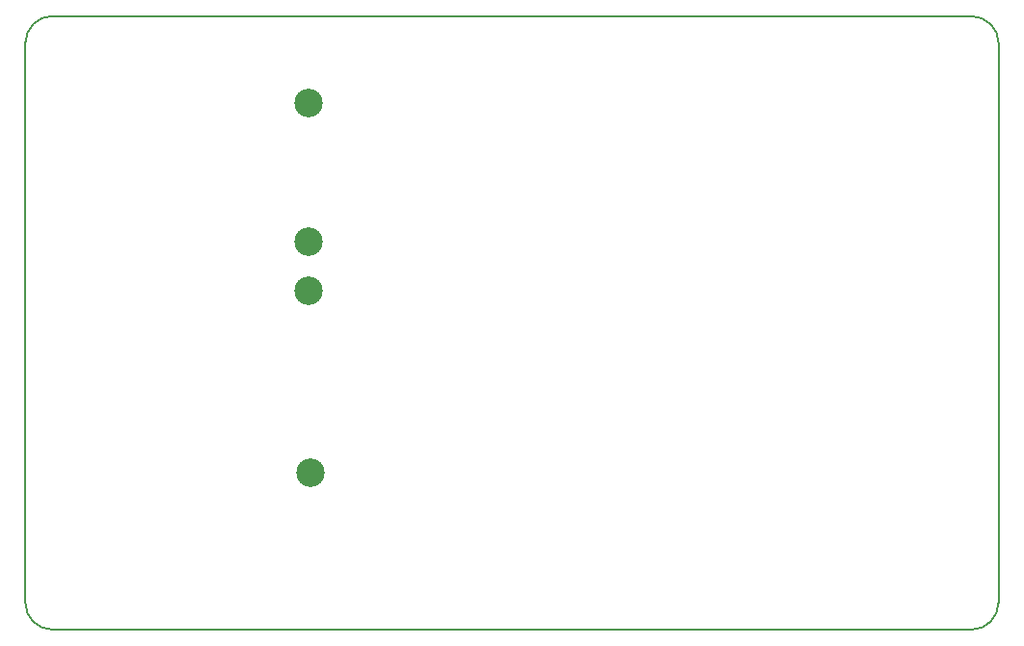
<source format=gbr>
%TF.GenerationSoftware,KiCad,Pcbnew,4.0.2+dfsg1-stable*%
%TF.CreationDate,2018-05-09T16:15:41+02:00*%
%TF.ProjectId,carte_7816,63617274655F373831362E6B69636164,rev?*%
%TF.FileFunction,Copper,L1,Top,Signal*%
%FSLAX46Y46*%
G04 Gerber Fmt 4.6, Leading zero omitted, Abs format (unit mm)*
G04 Created by KiCad (PCBNEW 4.0.2+dfsg1-stable) date mer. 09 mai 2018 16:15:41 CEST*
%MOMM*%
G01*
G04 APERTURE LIST*
%ADD10C,0.100000*%
%ADD11C,0.150000*%
%ADD12C,2.499360*%
G04 APERTURE END LIST*
D10*
D11*
X85471000Y51562000D02*
X85471000Y2413000D01*
X2413000Y0D02*
X83058000Y0D01*
X0Y51562000D02*
X0Y2413000D01*
X83058000Y53975000D02*
X2413000Y53975000D01*
X83058000Y0D02*
G75*
G03X85471000Y2413000I0J2413000D01*
G01*
X0Y2413000D02*
G75*
G03X2413000Y0I2413000J0D01*
G01*
X2413000Y53975000D02*
G75*
G03X0Y51562000I0J-2413000D01*
G01*
X85471000Y51562000D02*
G75*
G03X83058000Y53975000I-2413000J0D01*
G01*
D12*
X24892000Y46355000D03*
X24892000Y34163000D03*
X25019000Y13792200D03*
X24892000Y29819600D03*
M02*

</source>
